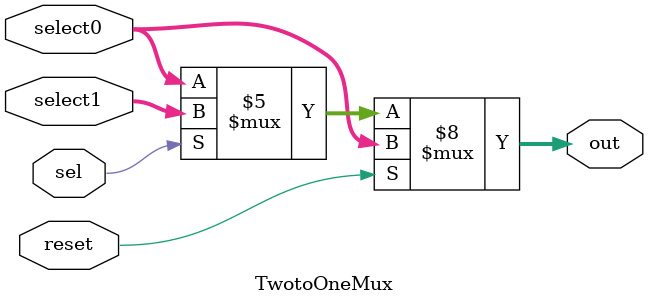
<source format=v>
`timescale 1ns / 1ps


module TwotoOneMux
    #(parameter INPUT_WIDTH = 8)
    (
    output reg [INPUT_WIDTH - 1:0] out,
    input [INPUT_WIDTH - 1:0] select0,
    input [INPUT_WIDTH - 1:0] select1,
    input sel,
    input reset
    );
        
    always @(sel, reset, select0, select1) begin
        if (reset == 1) begin out <= select0; end
        else begin
            if(sel == 0)
                out <= select0;
            else
                out <= select1;
        end    
    end
endmodule

</source>
